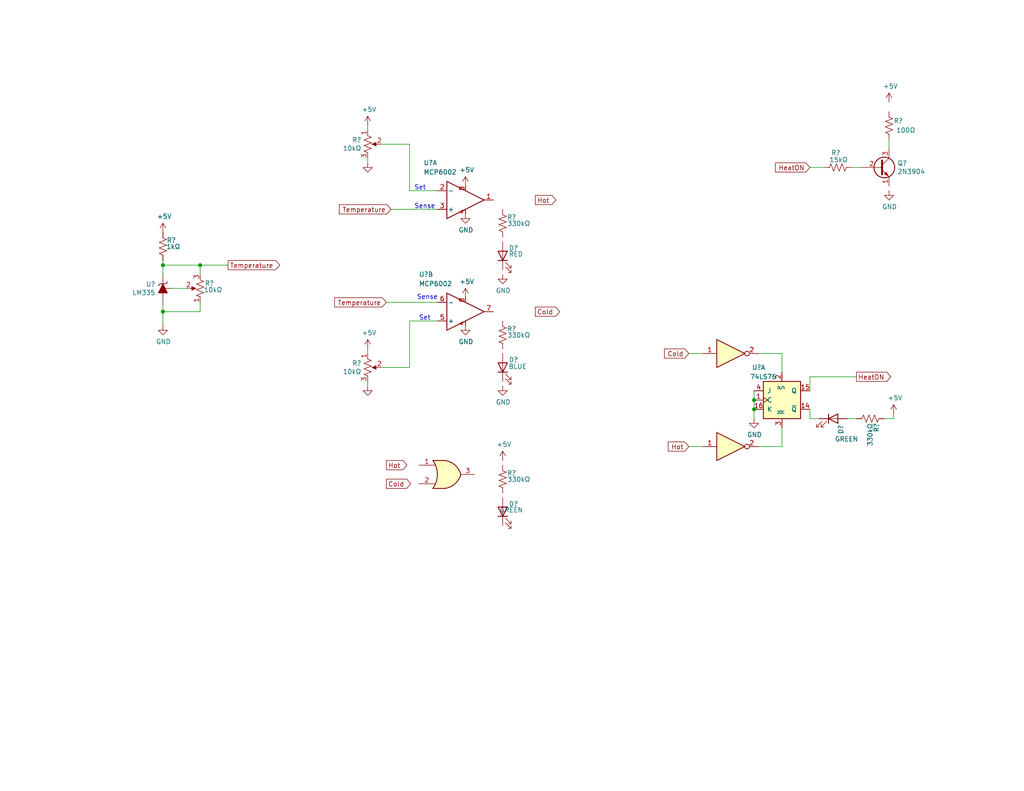
<source format=kicad_sch>
(kicad_sch (version 20211123) (generator eeschema)
  (paper "USLetter")
  (lib_symbols
    (symbol "S2020-rescue:+5V-power" (power) (pin_names (offset 0))
      (property "Value" "+5V-power" (at 0 3.556 0))
      (symbol "+5V-power_0_1"
        (polyline (pts (xy -0.762 1.27) (xy 0 2.54)))
        (polyline (pts (xy 0 0) (xy 0 2.54)))
        (polyline (pts (xy 0 2.54) (xy 0.762 1.27)))
      )
      (symbol "+5V-power_1_1"
        (pin power_in line (at 0 0 90) (length 0) hide (name "+5V") (number "1"))
      )
    )
    (symbol "S2020-rescue:2N3904-Transistor_BJT" (pin_names (offset 0) hide)
      (property "Reference" "Q" (at 5.08 1.905 0))
      (property "Value" "2N3904-Transistor_BJT" (at 5.08 0 0))
      (symbol "2N3904-Transistor_BJT_0_1"
        (polyline (pts (xy 0.635 0.635) (xy 2.54 2.54)))
        (polyline (pts (xy 0.635 -0.635) (xy 2.54 -2.54) (xy 2.54 -2.54)))
        (polyline (pts (xy 0.635 1.905) (xy 0.635 -1.905) (xy 0.635 -1.905)) (stroke (width 0.508)))
        (polyline (pts (xy 1.27 -1.778) (xy 1.778 -1.27) (xy 2.286 -2.286) (xy 1.27 -1.778) (xy 1.27 -1.778)) (fill (type outline)))
        (circle (center 1.27 0) (radius 2.8194) (stroke (width 0.254)))
      )
      (symbol "2N3904-Transistor_BJT_1_1"
        (pin passive line (at 2.54 -5.08 90) (length 2.54) (name "E") (number "1"))
        (pin passive line (at -5.08 0 0) (length 5.715) (name "B") (number "2"))
        (pin passive line (at 2.54 5.08 270) (length 2.54) (name "C") (number "3"))
      )
    )
    (symbol "S2020-rescue:7400-74xx" (pin_names (offset 1.016))
      (property "Reference" "U" (at 0 1.27 0))
      (property "Value" "7400-74xx" (at 0 -1.27 0))
      (symbol "7400-74xx_1_1"
        (arc (start 0 -3.81) (mid 3.81 0) (end 0 3.81) (stroke (width 0.254)) (fill (type background)))
        (polyline (pts (xy 0 3.81) (xy -3.81 3.81) (xy -3.81 -3.81) (xy 0 -3.81)) (stroke (width 0.254)) (fill (type background)))
        (pin input line (at -7.62 2.54 0) (length 3.81) (name "~") (number "1"))
        (pin input line (at -7.62 -2.54 0) (length 3.81) (name "~") (number "2"))
        (pin output inverted (at 7.62 0 180) (length 3.81) (name "~") (number "3"))
      )
      (symbol "7400-74xx_1_2"
        (arc (start -3.81 -3.81) (mid -2.589 0) (end -3.81 3.81) (stroke (width 0.254)))
        (arc (start -0.6096 -3.81) (mid 2.1842 -2.5851) (end 3.81 0) (stroke (width 0.254)) (fill (type background)))
        (polyline (pts (xy -3.81 -3.81) (xy -0.635 -3.81)) (stroke (width 0.254)) (fill (type background)))
        (polyline (pts (xy -3.81 3.81) (xy -0.635 3.81)) (stroke (width 0.254)) (fill (type background)))
        (polyline (pts (xy -0.635 3.81) (xy -3.81 3.81) (xy -3.81 3.81) (xy -3.556 3.4036) (xy -3.0226 2.2606) (xy -2.6924 1.0414) (xy -2.6162 -0.254) (xy -2.7686 -1.4986) (xy -3.175 -2.7178) (xy -3.81 -3.81) (xy -3.81 -3.81) (xy -0.635 -3.81)) (stroke (width -25.4)) (fill (type background)))
        (arc (start 3.81 0) (mid 2.1915 2.5936) (end -0.6096 3.81) (stroke (width 0.254)) (fill (type background)))
        (pin input inverted (at -7.62 2.54 0) (length 4.318) (name "~") (number "1"))
        (pin input inverted (at -7.62 -2.54 0) (length 4.318) (name "~") (number "2"))
        (pin output line (at 7.62 0 180) (length 3.81) (name "~") (number "3"))
      )
      (symbol "7400-74xx_2_1"
        (arc (start 0 -3.81) (mid 3.81 0) (end 0 3.81) (stroke (width 0.254)) (fill (type background)))
        (polyline (pts (xy 0 3.81) (xy -3.81 3.81) (xy -3.81 -3.81) (xy 0 -3.81)) (stroke (width 0.254)) (fill (type background)))
        (pin input line (at -7.62 2.54 0) (length 3.81) (name "~") (number "4"))
        (pin input line (at -7.62 -2.54 0) (length 3.81) (name "~") (number "5"))
        (pin output inverted (at 7.62 0 180) (length 3.81) (name "~") (number "6"))
      )
      (symbol "7400-74xx_2_2"
        (arc (start -3.81 -3.81) (mid -2.589 0) (end -3.81 3.81) (stroke (width 0.254)))
        (arc (start -0.6096 -3.81) (mid 2.1842 -2.5851) (end 3.81 0) (stroke (width 0.254)) (fill (type background)))
        (polyline (pts (xy -3.81 -3.81) (xy -0.635 -3.81)) (stroke (width 0.254)) (fill (type background)))
        (polyline (pts (xy -3.81 3.81) (xy -0.635 3.81)) (stroke (width 0.254)) (fill (type background)))
        (polyline (pts (xy -0.635 3.81) (xy -3.81 3.81) (xy -3.81 3.81) (xy -3.556 3.4036) (xy -3.0226 2.2606) (xy -2.6924 1.0414) (xy -2.6162 -0.254) (xy -2.7686 -1.4986) (xy -3.175 -2.7178) (xy -3.81 -3.81) (xy -3.81 -3.81) (xy -0.635 -3.81)) (stroke (width -25.4)) (fill (type background)))
        (arc (start 3.81 0) (mid 2.1915 2.5936) (end -0.6096 3.81) (stroke (width 0.254)) (fill (type background)))
        (pin input inverted (at -7.62 2.54 0) (length 4.318) (name "~") (number "4"))
        (pin input inverted (at -7.62 -2.54 0) (length 4.318) (name "~") (number "5"))
        (pin output line (at 7.62 0 180) (length 3.81) (name "~") (number "6"))
      )
      (symbol "7400-74xx_3_1"
        (arc (start 0 -3.81) (mid 3.81 0) (end 0 3.81) (stroke (width 0.254)) (fill (type background)))
        (polyline (pts (xy 0 3.81) (xy -3.81 3.81) (xy -3.81 -3.81) (xy 0 -3.81)) (stroke (width 0.254)) (fill (type background)))
        (pin input line (at -7.62 -2.54 0) (length 3.81) (name "~") (number "10"))
        (pin output inverted (at 7.62 0 180) (length 3.81) (name "~") (number "8"))
        (pin input line (at -7.62 2.54 0) (length 3.81) (name "~") (number "9"))
      )
      (symbol "7400-74xx_3_2"
        (arc (start -3.81 -3.81) (mid -2.589 0) (end -3.81 3.81) (stroke (width 0.254)))
        (arc (start -0.6096 -3.81) (mid 2.1842 -2.5851) (end 3.81 0) (stroke (width 0.254)) (fill (type background)))
        (polyline (pts (xy -3.81 -3.81) (xy -0.635 -3.81)) (stroke (width 0.254)) (fill (type background)))
        (polyline (pts (xy -3.81 3.81) (xy -0.635 3.81)) (stroke (width 0.254)) (fill (type background)))
        (polyline (pts (xy -0.635 3.81) (xy -3.81 3.81) (xy -3.81 3.81) (xy -3.556 3.4036) (xy -3.0226 2.2606) (xy -2.6924 1.0414) (xy -2.6162 -0.254) (xy -2.7686 -1.4986) (xy -3.175 -2.7178) (xy -3.81 -3.81) (xy -3.81 -3.81) (xy -0.635 -3.81)) (stroke (width -25.4)) (fill (type background)))
        (arc (start 3.81 0) (mid 2.1915 2.5936) (end -0.6096 3.81) (stroke (width 0.254)) (fill (type background)))
        (pin input inverted (at -7.62 -2.54 0) (length 4.318) (name "~") (number "10"))
        (pin output line (at 7.62 0 180) (length 3.81) (name "~") (number "8"))
        (pin input inverted (at -7.62 2.54 0) (length 4.318) (name "~") (number "9"))
      )
      (symbol "7400-74xx_4_1"
        (arc (start 0 -3.81) (mid 3.81 0) (end 0 3.81) (stroke (width 0.254)) (fill (type background)))
        (polyline (pts (xy 0 3.81) (xy -3.81 3.81) (xy -3.81 -3.81) (xy 0 -3.81)) (stroke (width 0.254)) (fill (type background)))
        (pin output inverted (at 7.62 0 180) (length 3.81) (name "~") (number "11"))
        (pin input line (at -7.62 2.54 0) (length 3.81) (name "~") (number "12"))
        (pin input line (at -7.62 -2.54 0) (length 3.81) (name "~") (number "13"))
      )
      (symbol "7400-74xx_4_2"
        (arc (start -3.81 -3.81) (mid -2.589 0) (end -3.81 3.81) (stroke (width 0.254)))
        (arc (start -0.6096 -3.81) (mid 2.1842 -2.5851) (end 3.81 0) (stroke (width 0.254)) (fill (type background)))
        (polyline (pts (xy -3.81 -3.81) (xy -0.635 -3.81)) (stroke (width 0.254)) (fill (type background)))
        (polyline (pts (xy -3.81 3.81) (xy -0.635 3.81)) (stroke (width 0.254)) (fill (type background)))
        (polyline (pts (xy -0.635 3.81) (xy -3.81 3.81) (xy -3.81 3.81) (xy -3.556 3.4036) (xy -3.0226 2.2606) (xy -2.6924 1.0414) (xy -2.6162 -0.254) (xy -2.7686 -1.4986) (xy -3.175 -2.7178) (xy -3.81 -3.81) (xy -3.81 -3.81) (xy -0.635 -3.81)) (stroke (width -25.4)) (fill (type background)))
        (arc (start 3.81 0) (mid 2.1915 2.5936) (end -0.6096 3.81) (stroke (width 0.254)) (fill (type background)))
        (pin output line (at 7.62 0 180) (length 3.81) (name "~") (number "11"))
        (pin input inverted (at -7.62 2.54 0) (length 4.318) (name "~") (number "12"))
        (pin input inverted (at -7.62 -2.54 0) (length 4.318) (name "~") (number "13"))
      )
      (symbol "7400-74xx_5_0"
        (pin power_in line (at 0 12.7 270) (length 5.08) (name "VCC") (number "14"))
        (pin power_in line (at 0 -12.7 90) (length 5.08) (name "GND") (number "7"))
      )
      (symbol "7400-74xx_5_1"
        (rectangle (start -5.08 7.62) (end 5.08 -7.62) (stroke (width 0.254)) (fill (type background)))
      )
    )
    (symbol "S2020-rescue:7402-74xx" (pin_names (offset 1.016))
      (property "Reference" "U" (at 0 1.27 0))
      (property "Value" "7402-74xx" (at 0 -1.27 0))
      (symbol "7402-74xx_1_1"
        (arc (start -3.81 -3.81) (mid -2.589 0) (end -3.81 3.81) (stroke (width 0.254)))
        (arc (start -0.6096 -3.81) (mid 2.1842 -2.5851) (end 3.81 0) (stroke (width 0.254)) (fill (type background)))
        (polyline (pts (xy -3.81 -3.81) (xy -0.635 -3.81)) (stroke (width 0.254)) (fill (type background)))
        (polyline (pts (xy -3.81 3.81) (xy -0.635 3.81)) (stroke (width 0.254)) (fill (type background)))
        (polyline (pts (xy -0.635 3.81) (xy -3.81 3.81) (xy -3.81 3.81) (xy -3.556 3.4036) (xy -3.0226 2.2606) (xy -2.6924 1.0414) (xy -2.6162 -0.254) (xy -2.7686 -1.4986) (xy -3.175 -2.7178) (xy -3.81 -3.81) (xy -3.81 -3.81) (xy -0.635 -3.81)) (stroke (width -25.4)) (fill (type background)))
        (arc (start 3.81 0) (mid 2.1915 2.5936) (end -0.6096 3.81) (stroke (width 0.254)) (fill (type background)))
        (pin output inverted (at 7.62 0 180) (length 3.81) (name "~") (number "1"))
        (pin input line (at -7.62 2.54 0) (length 4.318) (name "~") (number "2"))
        (pin input line (at -7.62 -2.54 0) (length 4.318) (name "~") (number "3"))
      )
      (symbol "7402-74xx_1_2"
        (arc (start 0 -3.81) (mid 3.81 0) (end 0 3.81) (stroke (width 0.254)) (fill (type background)))
        (polyline (pts (xy 0 3.81) (xy -3.81 3.81) (xy -3.81 -3.81) (xy 0 -3.81)) (stroke (width 0.254)) (fill (type background)))
        (pin output line (at 7.62 0 180) (length 3.81) (name "~") (number "1"))
        (pin input inverted (at -7.62 2.54 0) (length 3.81) (name "~") (number "2"))
        (pin input inverted (at -7.62 -2.54 0) (length 3.81) (name "~") (number "3"))
      )
      (symbol "7402-74xx_2_1"
        (arc (start -3.81 -3.81) (mid -2.589 0) (end -3.81 3.81) (stroke (width 0.254)))
        (arc (start -0.6096 -3.81) (mid 2.1842 -2.5851) (end 3.81 0) (stroke (width 0.254)) (fill (type background)))
        (polyline (pts (xy -3.81 -3.81) (xy -0.635 -3.81)) (stroke (width 0.254)) (fill (type background)))
        (polyline (pts (xy -3.81 3.81) (xy -0.635 3.81)) (stroke (width 0.254)) (fill (type background)))
        (polyline (pts (xy -0.635 3.81) (xy -3.81 3.81) (xy -3.81 3.81) (xy -3.556 3.4036) (xy -3.0226 2.2606) (xy -2.6924 1.0414) (xy -2.6162 -0.254) (xy -2.7686 -1.4986) (xy -3.175 -2.7178) (xy -3.81 -3.81) (xy -3.81 -3.81) (xy -0.635 -3.81)) (stroke (width -25.4)) (fill (type background)))
        (arc (start 3.81 0) (mid 2.1915 2.5936) (end -0.6096 3.81) (stroke (width 0.254)) (fill (type background)))
        (pin output inverted (at 7.62 0 180) (length 3.81) (name "~") (number "4"))
        (pin input line (at -7.62 2.54 0) (length 4.318) (name "~") (number "5"))
        (pin input line (at -7.62 -2.54 0) (length 4.318) (name "~") (number "6"))
      )
      (symbol "7402-74xx_2_2"
        (arc (start 0 -3.81) (mid 3.81 0) (end 0 3.81) (stroke (width 0.254)) (fill (type background)))
        (polyline (pts (xy 0 3.81) (xy -3.81 3.81) (xy -3.81 -3.81) (xy 0 -3.81)) (stroke (width 0.254)) (fill (type background)))
        (pin output line (at 7.62 0 180) (length 3.81) (name "~") (number "4"))
        (pin input inverted (at -7.62 2.54 0) (length 3.81) (name "~") (number "5"))
        (pin input inverted (at -7.62 -2.54 0) (length 3.81) (name "~") (number "6"))
      )
      (symbol "7402-74xx_3_1"
        (arc (start -3.81 -3.81) (mid -2.589 0) (end -3.81 3.81) (stroke (width 0.254)))
        (arc (start -0.6096 -3.81) (mid 2.1842 -2.5851) (end 3.81 0) (stroke (width 0.254)) (fill (type background)))
        (polyline (pts (xy -3.81 -3.81) (xy -0.635 -3.81)) (stroke (width 0.254)) (fill (type background)))
        (polyline (pts (xy -3.81 3.81) (xy -0.635 3.81)) (stroke (width 0.254)) (fill (type background)))
        (polyline (pts (xy -0.635 3.81) (xy -3.81 3.81) (xy -3.81 3.81) (xy -3.556 3.4036) (xy -3.0226 2.2606) (xy -2.6924 1.0414) (xy -2.6162 -0.254) (xy -2.7686 -1.4986) (xy -3.175 -2.7178) (xy -3.81 -3.81) (xy -3.81 -3.81) (xy -0.635 -3.81)) (stroke (width -25.4)) (fill (type background)))
        (arc (start 3.81 0) (mid 2.1915 2.5936) (end -0.6096 3.81) (stroke (width 0.254)) (fill (type background)))
        (pin output inverted (at 7.62 0 180) (length 3.81) (name "~") (number "10"))
        (pin input line (at -7.62 2.54 0) (length 4.318) (name "~") (number "8"))
        (pin input line (at -7.62 -2.54 0) (length 4.318) (name "~") (number "9"))
      )
      (symbol "7402-74xx_3_2"
        (arc (start 0 -3.81) (mid 3.81 0) (end 0 3.81) (stroke (width 0.254)) (fill (type background)))
        (polyline (pts (xy 0 3.81) (xy -3.81 3.81) (xy -3.81 -3.81) (xy 0 -3.81)) (stroke (width 0.254)) (fill (type background)))
        (pin output line (at 7.62 0 180) (length 3.81) (name "~") (number "10"))
        (pin input inverted (at -7.62 2.54 0) (length 3.81) (name "~") (number "8"))
        (pin input inverted (at -7.62 -2.54 0) (length 3.81) (name "~") (number "9"))
      )
      (symbol "7402-74xx_4_1"
        (arc (start -3.81 -3.81) (mid -2.589 0) (end -3.81 3.81) (stroke (width 0.254)))
        (arc (start -0.6096 -3.81) (mid 2.1842 -2.5851) (end 3.81 0) (stroke (width 0.254)) (fill (type background)))
        (polyline (pts (xy -3.81 -3.81) (xy -0.635 -3.81)) (stroke (width 0.254)) (fill (type background)))
        (polyline (pts (xy -3.81 3.81) (xy -0.635 3.81)) (stroke (width 0.254)) (fill (type background)))
        (polyline (pts (xy -0.635 3.81) (xy -3.81 3.81) (xy -3.81 3.81) (xy -3.556 3.4036) (xy -3.0226 2.2606) (xy -2.6924 1.0414) (xy -2.6162 -0.254) (xy -2.7686 -1.4986) (xy -3.175 -2.7178) (xy -3.81 -3.81) (xy -3.81 -3.81) (xy -0.635 -3.81)) (stroke (width -25.4)) (fill (type background)))
        (arc (start 3.81 0) (mid 2.1915 2.5936) (end -0.6096 3.81) (stroke (width 0.254)) (fill (type background)))
        (pin input line (at -7.62 2.54 0) (length 4.318) (name "~") (number "11"))
        (pin input line (at -7.62 -2.54 0) (length 4.318) (name "~") (number "12"))
        (pin output inverted (at 7.62 0 180) (length 3.81) (name "~") (number "13"))
      )
      (symbol "7402-74xx_4_2"
        (arc (start 0 -3.81) (mid 3.81 0) (end 0 3.81) (stroke (width 0.254)) (fill (type background)))
        (polyline (pts (xy 0 3.81) (xy -3.81 3.81) (xy -3.81 -3.81) (xy 0 -3.81)) (stroke (width 0.254)) (fill (type background)))
        (pin input inverted (at -7.62 2.54 0) (length 3.81) (name "~") (number "11"))
        (pin input inverted (at -7.62 -2.54 0) (length 3.81) (name "~") (number "12"))
        (pin output line (at 7.62 0 180) (length 3.81) (name "~") (number "13"))
      )
      (symbol "7402-74xx_5_0"
        (pin power_in line (at 0 12.7 270) (length 5.08) (name "VCC") (number "14"))
        (pin power_in line (at 0 -12.7 90) (length 5.08) (name "GND") (number "7"))
      )
      (symbol "7402-74xx_5_1"
        (rectangle (start -5.08 7.62) (end 5.08 -7.62) (stroke (width 0.254)) (fill (type background)))
      )
    )
    (symbol "S2020-rescue:74LS04-74xx"
      (property "Reference" "U" (at 0 1.27 0))
      (property "Value" "74LS04-74xx" (at 0 -1.27 0))
      (symbol "74LS04-74xx_1_0"
        (polyline (pts (xy -3.81 3.81) (xy -3.81 -3.81) (xy 3.81 0) (xy -3.81 3.81)) (stroke (width 0.254)) (fill (type background)))
        (pin input line (at -7.62 0 0) (length 3.81) (name "~") (number "1"))
        (pin output inverted (at 7.62 0 180) (length 3.81) (name "~") (number "2"))
      )
      (symbol "74LS04-74xx_2_0"
        (polyline (pts (xy -3.81 3.81) (xy -3.81 -3.81) (xy 3.81 0) (xy -3.81 3.81)) (stroke (width 0.254)) (fill (type background)))
        (pin input line (at -7.62 0 0) (length 3.81) (name "~") (number "3"))
        (pin output inverted (at 7.62 0 180) (length 3.81) (name "~") (number "4"))
      )
      (symbol "74LS04-74xx_3_0"
        (polyline (pts (xy -3.81 3.81) (xy -3.81 -3.81) (xy 3.81 0) (xy -3.81 3.81)) (stroke (width 0.254)) (fill (type background)))
        (pin input line (at -7.62 0 0) (length 3.81) (name "~") (number "5"))
        (pin output inverted (at 7.62 0 180) (length 3.81) (name "~") (number "6"))
      )
      (symbol "74LS04-74xx_4_0"
        (polyline (pts (xy -3.81 3.81) (xy -3.81 -3.81) (xy 3.81 0) (xy -3.81 3.81)) (stroke (width 0.254)) (fill (type background)))
        (pin output inverted (at 7.62 0 180) (length 3.81) (name "~") (number "8"))
        (pin input line (at -7.62 0 0) (length 3.81) (name "~") (number "9"))
      )
      (symbol "74LS04-74xx_5_0"
        (polyline (pts (xy -3.81 3.81) (xy -3.81 -3.81) (xy 3.81 0) (xy -3.81 3.81)) (stroke (width 0.254)) (fill (type background)))
        (pin output inverted (at 7.62 0 180) (length 3.81) (name "~") (number "10"))
        (pin input line (at -7.62 0 0) (length 3.81) (name "~") (number "11"))
      )
      (symbol "74LS04-74xx_6_0"
        (polyline (pts (xy -3.81 3.81) (xy -3.81 -3.81) (xy 3.81 0) (xy -3.81 3.81)) (stroke (width 0.254)) (fill (type background)))
        (pin output inverted (at 7.62 0 180) (length 3.81) (name "~") (number "12"))
        (pin input line (at -7.62 0 0) (length 3.81) (name "~") (number "13"))
      )
      (symbol "74LS04-74xx_7_0"
        (pin power_in line (at 0 12.7 270) (length 5.08) (name "VCC") (number "14"))
        (pin power_in line (at 0 -12.7 90) (length 5.08) (name "GND") (number "7"))
      )
      (symbol "74LS04-74xx_7_1"
        (rectangle (start -5.08 7.62) (end 5.08 -7.62) (stroke (width 0.254)) (fill (type background)))
      )
    )
    (symbol "S2020-rescue:74LS07-74xx" (pin_names (offset 1.016))
      (property "Reference" "U" (at 0 1.27 0))
      (property "Value" "74LS07-74xx" (at 0 -1.27 0))
      (symbol "74LS07-74xx_1_0"
        (polyline (pts (xy -3.81 3.81) (xy -3.81 -3.81) (xy 3.81 0) (xy -3.81 3.81)) (stroke (width 0.254)) (fill (type background)))
        (pin input line (at -7.62 0 0) (length 3.81) (name "~") (number "1"))
        (pin open_collector line (at 7.62 0 180) (length 3.81) (name "~") (number "2"))
      )
      (symbol "74LS07-74xx_2_0"
        (polyline (pts (xy -3.81 3.81) (xy -3.81 -3.81) (xy 3.81 0) (xy -3.81 3.81)) (stroke (width 0.254)) (fill (type background)))
        (pin input line (at -7.62 0 0) (length 3.81) (name "~") (number "3"))
        (pin open_collector line (at 7.62 0 180) (length 3.81) (name "~") (number "4"))
      )
      (symbol "74LS07-74xx_3_0"
        (polyline (pts (xy -3.81 3.81) (xy -3.81 -3.81) (xy 3.81 0) (xy -3.81 3.81)) (stroke (width 0.254)) (fill (type background)))
        (pin input line (at -7.62 0 0) (length 3.81) (name "~") (number "5"))
        (pin open_collector line (at 7.62 0 180) (length 3.81) (name "~") (number "6"))
      )
      (symbol "74LS07-74xx_4_0"
        (polyline (pts (xy -3.81 3.81) (xy -3.81 -3.81) (xy 3.81 0) (xy -3.81 3.81)) (stroke (width 0.254)) (fill (type background)))
        (pin open_collector line (at 7.62 0 180) (length 3.81) (name "~") (number "8"))
        (pin input line (at -7.62 0 0) (length 3.81) (name "~") (number "9"))
      )
      (symbol "74LS07-74xx_5_0"
        (polyline (pts (xy -3.81 3.81) (xy -3.81 -3.81) (xy 3.81 0) (xy -3.81 3.81)) (stroke (width 0.254)) (fill (type background)))
        (pin open_collector line (at 7.62 0 180) (length 3.81) (name "~") (number "10"))
        (pin input line (at -7.62 0 0) (length 3.81) (name "~") (number "11"))
      )
      (symbol "74LS07-74xx_6_0"
        (polyline (pts (xy -3.81 3.81) (xy -3.81 -3.81) (xy 3.81 0) (xy -3.81 3.81)) (stroke (width 0.254)) (fill (type background)))
        (pin open_collector line (at 7.62 0 180) (length 3.81) (name "~") (number "12"))
        (pin input line (at -7.62 0 0) (length 3.81) (name "~") (number "13"))
      )
      (symbol "74LS07-74xx_7_0"
        (pin power_in line (at 0 12.7 270) (length 5.08) (name "VCC") (number "14"))
        (pin power_in line (at 0 -12.7 90) (length 5.08) (name "GND") (number "7"))
      )
      (symbol "74LS07-74xx_7_1"
        (rectangle (start -5.08 7.62) (end 5.08 -7.62) (stroke (width 0.254)) (fill (type background)))
      )
    )
    (symbol "S2020-rescue:74LS08-74xx" (pin_names (offset 1.016))
      (property "Reference" "U" (at 0 1.27 0))
      (property "Value" "74LS08-74xx" (at 0 -1.27 0))
      (symbol "74LS08-74xx_1_1"
        (arc (start 0 -3.81) (mid 3.81 0) (end 0 3.81) (stroke (width 0.254)) (fill (type background)))
        (polyline (pts (xy 0 3.81) (xy -3.81 3.81) (xy -3.81 -3.81) (xy 0 -3.81)) (stroke (width 0.254)) (fill (type background)))
        (pin input line (at -7.62 2.54 0) (length 3.81) (name "~") (number "1"))
        (pin input line (at -7.62 -2.54 0) (length 3.81) (name "~") (number "2"))
        (pin output line (at 7.62 0 180) (length 3.81) (name "~") (number "3"))
      )
      (symbol "74LS08-74xx_1_2"
        (arc (start -3.81 -3.81) (mid -2.589 0) (end -3.81 3.81) (stroke (width 0.254)))
        (arc (start -0.6096 -3.81) (mid 2.1842 -2.5851) (end 3.81 0) (stroke (width 0.254)) (fill (type background)))
        (polyline (pts (xy -3.81 -3.81) (xy -0.635 -3.81)) (stroke (width 0.254)) (fill (type background)))
        (polyline (pts (xy -3.81 3.81) (xy -0.635 3.81)) (stroke (width 0.254)) (fill (type background)))
        (polyline (pts (xy -0.635 3.81) (xy -3.81 3.81) (xy -3.81 3.81) (xy -3.556 3.4036) (xy -3.0226 2.2606) (xy -2.6924 1.0414) (xy -2.6162 -0.254) (xy -2.7686 -1.4986) (xy -3.175 -2.7178) (xy -3.81 -3.81) (xy -3.81 -3.81) (xy -0.635 -3.81)) (stroke (width -25.4)) (fill (type background)))
        (arc (start 3.81 0) (mid 2.1915 2.5936) (end -0.6096 3.81) (stroke (width 0.254)) (fill (type background)))
        (pin input inverted (at -7.62 2.54 0) (length 4.318) (name "~") (number "1"))
        (pin input inverted (at -7.62 -2.54 0) (length 4.318) (name "~") (number "2"))
        (pin output inverted (at 7.62 0 180) (length 3.81) (name "~") (number "3"))
      )
      (symbol "74LS08-74xx_2_1"
        (arc (start 0 -3.81) (mid 3.81 0) (end 0 3.81) (stroke (width 0.254)) (fill (type background)))
        (polyline (pts (xy 0 3.81) (xy -3.81 3.81) (xy -3.81 -3.81) (xy 0 -3.81)) (stroke (width 0.254)) (fill (type background)))
        (pin input line (at -7.62 2.54 0) (length 3.81) (name "~") (number "4"))
        (pin input line (at -7.62 -2.54 0) (length 3.81) (name "~") (number "5"))
        (pin output line (at 7.62 0 180) (length 3.81) (name "~") (number "6"))
      )
      (symbol "74LS08-74xx_2_2"
        (arc (start -3.81 -3.81) (mid -2.589 0) (end -3.81 3.81) (stroke (width 0.254)))
        (arc (start -0.6096 -3.81) (mid 2.1842 -2.5851) (end 3.81 0) (stroke (width 0.254)) (fill (type background)))
        (polyline (pts (xy -3.81 -3.81) (xy -0.635 -3.81)) (stroke (width 0.254)) (fill (type background)))
        (polyline (pts (xy -3.81 3.81) (xy -0.635 3.81)) (stroke (width 0.254)) (fill (type background)))
        (polyline (pts (xy -0.635 3.81) (xy -3.81 3.81) (xy -3.81 3.81) (xy -3.556 3.4036) (xy -3.0226 2.2606) (xy -2.6924 1.0414) (xy -2.6162 -0.254) (xy -2.7686 -1.4986) (xy -3.175 -2.7178) (xy -3.81 -3.81) (xy -3.81 -3.81) (xy -0.635 -3.81)) (stroke (width -25.4)) (fill (type background)))
        (arc (start 3.81 0) (mid 2.1915 2.5936) (end -0.6096 3.81) (stroke (width 0.254)) (fill (type background)))
        (pin input inverted (at -7.62 2.54 0) (length 4.318) (name "~") (number "4"))
        (pin input inverted (at -7.62 -2.54 0) (length 4.318) (name "~") (number "5"))
        (pin output inverted (at 7.62 0 180) (length 3.81) (name "~") (number "6"))
      )
      (symbol "74LS08-74xx_3_1"
        (arc (start 0 -3.81) (mid 3.81 0) (end 0 3.81) (stroke (width 0.254)) (fill (type background)))
        (polyline (pts (xy 0 3.81) (xy -3.81 3.81) (xy -3.81 -3.81) (xy 0 -3.81)) (stroke (width 0.254)) (fill (type background)))
        (pin input line (at -7.62 -2.54 0) (length 3.81) (name "~") (number "10"))
        (pin output line (at 7.62 0 180) (length 3.81) (name "~") (number "8"))
        (pin input line (at -7.62 2.54 0) (length 3.81) (name "~") (number "9"))
      )
      (symbol "74LS08-74xx_3_2"
        (arc (start -3.81 -3.81) (mid -2.589 0) (end -3.81 3.81) (stroke (width 0.254)))
        (arc (start -0.6096 -3.81) (mid 2.1842 -2.5851) (end 3.81 0) (stroke (width 0.254)) (fill (type background)))
        (polyline (pts (xy -3.81 -3.81) (xy -0.635 -3.81)) (stroke (width 0.254)) (fill (type background)))
        (polyline (pts (xy -3.81 3.81) (xy -0.635 3.81)) (stroke (width 0.254)) (fill (type background)))
        (polyline (pts (xy -0.635 3.81) (xy -3.81 3.81) (xy -3.81 3.81) (xy -3.556 3.4036) (xy -3.0226 2.2606) (xy -2.6924 1.0414) (xy -2.6162 -0.254) (xy -2.7686 -1.4986) (xy -3.175 -2.7178) (xy -3.81 -3.81) (xy -3.81 -3.81) (xy -0.635 -3.81)) (stroke (width -25.4)) (fill (type background)))
        (arc (start 3.81 0) (mid 2.1915 2.5936) (end -0.6096 3.81) (stroke (width 0.254)) (fill (type background)))
        (pin input inverted (at -7.62 -2.54 0) (length 4.318) (name "~") (number "10"))
        (pin output inverted (at 7.62 0 180) (length 3.81) (name "~") (number "8"))
        (pin input inverted (at -7.62 2.54 0) (length 4.318) (name "~") (number "9"))
      )
      (symbol "74LS08-74xx_4_1"
        (arc (start 0 -3.81) (mid 3.81 0) (end 0 3.81) (stroke (width 0.254)) (fill (type background)))
        (polyline (pts (xy 0 3.81) (xy -3.81 3.81) (xy -3.81 -3.81) (xy 0 -3.81)) (stroke (width 0.254)) (fill (type background)))
        (pin output line (at 7.62 0 180) (length 3.81) (name "~") (number "11"))
        (pin input line (at -7.62 2.54 0) (length 3.81) (name "~") (number "12"))
        (pin input line (at -7.62 -2.54 0) (length 3.81) (name "~") (number "13"))
      )
      (symbol "74LS08-74xx_4_2"
        (arc (start -3.81 -3.81) (mid -2.589 0) (end -3.81 3.81) (stroke (width 0.254)))
        (arc (start -0.6096 -3.81) (mid 2.1842 -2.5851) (end 3.81 0) (stroke (width 0.254)) (fill (type background)))
        (polyline (pts (xy -3.81 -3.81) (xy -0.635 -3.81)) (stroke (width 0.254)) (fill (type background)))
        (polyline (pts (xy -3.81 3.81) (xy -0.635 3.81)) (stroke (width 0.254)) (fill (type background)))
        (polyline (pts (xy -0.635 3.81) (xy -3.81 3.81) (xy -3.81 3.81) (xy -3.556 3.4036) (xy -3.0226 2.2606) (xy -2.6924 1.0414) (xy -2.6162 -0.254) (xy -2.7686 -1.4986) (xy -3.175 -2.7178) (xy -3.81 -3.81) (xy -3.81 -3.81) (xy -0.635 -3.81)) (stroke (width -25.4)) (fill (type background)))
        (arc (start 3.81 0) (mid 2.1915 2.5936) (end -0.6096 3.81) (stroke (width 0.254)) (fill (type background)))
        (pin output inverted (at 7.62 0 180) (length 3.81) (name "~") (number "11"))
        (pin input inverted (at -7.62 2.54 0) (length 4.318) (name "~") (number "12"))
        (pin input inverted (at -7.62 -2.54 0) (length 4.318) (name "~") (number "13"))
      )
      (symbol "74LS08-74xx_5_0"
        (pin power_in line (at 0 12.7 270) (length 5.08) (name "VCC") (number "14"))
        (pin power_in line (at 0 -12.7 90) (length 5.08) (name "GND") (number "7"))
      )
      (symbol "74LS08-74xx_5_1"
        (rectangle (start -5.08 7.62) (end 5.08 -7.62) (stroke (width 0.254)) (fill (type background)))
      )
    )
    (symbol "S2020-rescue:74LS32-74xx" (pin_names (offset 1.016))
      (property "Reference" "U" (at 0 1.27 0))
      (property "Value" "74LS32-74xx" (at 0 -1.27 0))
      (symbol "74LS32-74xx_1_1"
        (arc (start -3.81 -3.81) (mid -2.589 0) (end -3.81 3.81) (stroke (width 0.254)))
        (arc (start -0.6096 -3.81) (mid 2.1842 -2.5851) (end 3.81 0) (stroke (width 0.254)) (fill (type background)))
        (polyline (pts (xy -3.81 -3.81) (xy -0.635 -3.81)) (stroke (width 0.254)) (fill (type background)))
        (polyline (pts (xy -3.81 3.81) (xy -0.635 3.81)) (stroke (width 0.254)) (fill (type background)))
        (polyline (pts (xy -0.635 3.81) (xy -3.81 3.81) (xy -3.81 3.81) (xy -3.556 3.4036) (xy -3.0226 2.2606) (xy -2.6924 1.0414) (xy -2.6162 -0.254) (xy -2.7686 -1.4986) (xy -3.175 -2.7178) (xy -3.81 -3.81) (xy -3.81 -3.81) (xy -0.635 -3.81)) (stroke (width -25.4)) (fill (type background)))
        (arc (start 3.81 0) (mid 2.1915 2.5936) (end -0.6096 3.81) (stroke (width 0.254)) (fill (type background)))
        (pin input line (at -7.62 2.54 0) (length 4.318) (name "~") (number "1"))
        (pin input line (at -7.62 -2.54 0) (length 4.318) (name "~") (number "2"))
        (pin output line (at 7.62 0 180) (length 3.81) (name "~") (number "3"))
      )
      (symbol "74LS32-74xx_1_2"
        (arc (start 0 -3.81) (mid 3.81 0) (end 0 3.81) (stroke (width 0.254)) (fill (type background)))
        (polyline (pts (xy 0 3.81) (xy -3.81 3.81) (xy -3.81 -3.81) (xy 0 -3.81)) (stroke (width 0.254)) (fill (type background)))
        (pin input inverted (at -7.62 2.54 0) (length 3.81) (name "~") (number "1"))
        (pin input inverted (at -7.62 -2.54 0) (length 3.81) (name "~") (number "2"))
        (pin output inverted (at 7.62 0 180) (length 3.81) (name "~") (number "3"))
      )
      (symbol "74LS32-74xx_2_1"
        (arc (start -3.81 -3.81) (mid -2.589 0) (end -3.81 3.81) (stroke (width 0.254)))
        (arc (start -0.6096 -3.81) (mid 2.1842 -2.5851) (end 3.81 0) (stroke (width 0.254)) (fill (type background)))
        (polyline (pts (xy -3.81 -3.81) (xy -0.635 -3.81)) (stroke (width 0.254)) (fill (type background)))
        (polyline (pts (xy -3.81 3.81) (xy -0.635 3.81)) (stroke (width 0.254)) (fill (type background)))
        (polyline (pts (xy -0.635 3.81) (xy -3.81 3.81) (xy -3.81 3.81) (xy -3.556 3.4036) (xy -3.0226 2.2606) (xy -2.6924 1.0414) (xy -2.6162 -0.254) (xy -2.7686 -1.4986) (xy -3.175 -2.7178) (xy -3.81 -3.81) (xy -3.81 -3.81) (xy -0.635 -3.81)) (stroke (width -25.4)) (fill (type background)))
        (arc (start 3.81 0) (mid 2.1915 2.5936) (end -0.6096 3.81) (stroke (width 0.254)) (fill (type background)))
        (pin input line (at -7.62 2.54 0) (length 4.318) (name "~") (number "4"))
        (pin input line (at -7.62 -2.54 0) (length 4.318) (name "~") (number "5"))
        (pin output line (at 7.62 0 180) (length 3.81) (name "~") (number "6"))
      )
      (symbol "74LS32-74xx_2_2"
        (arc (start 0 -3.81) (mid 3.81 0) (end 0 3.81) (stroke (width 0.254)) (fill (type background)))
        (polyline (pts (xy 0 3.81) (xy -3.81 3.81) (xy -3.81 -3.81) (xy 0 -3.81)) (stroke (width 0.254)) (fill (type background)))
        (pin input inverted (at -7.62 2.54 0) (length 3.81) (name "~") (number "4"))
        (pin input inverted (at -7.62 -2.54 0) (length 3.81) (name "~") (number "5"))
        (pin output inverted (at 7.62 0 180) (length 3.81) (name "~") (number "6"))
      )
      (symbol "74LS32-74xx_3_1"
        (arc (start -3.81 -3.81) (mid -2.589 0) (end -3.81 3.81) (stroke (width 0.254)))
        (arc (start -0.6096 -3.81) (mid 2.1842 -2.5851) (end 3.81 0) (stroke (width 0.254)) (fill (type background)))
        (polyline (pts (xy -3.81 -3.81) (xy -0.635 -3.81)) (stroke (width 0.254)) (fill (type background)))
        (polyline (pts (xy -3.81 3.81) (xy -0.635 3.81)) (stroke (width 0.254)) (fill (type background)))
        (polyline (pts (xy -0.635 3.81) (xy -3.81 3.81) (xy -3.81 3.81) (xy -3.556 3.4036) (xy -3.0226 2.2606) (xy -2.6924 1.0414) (xy -2.6162 -0.254) (xy -2.7686 -1.4986) (xy -3.175 -2.7178) (xy -3.81 -3.81) (xy -3.81 -3.81) (xy -0.635 -3.81)) (stroke (width -25.4)) (fill (type background)))
        (arc (start 3.81 0) (mid 2.1915 2.5936) (end -0.6096 3.81) (stroke (width 0.254)) (fill (type background)))
        (pin input line (at -7.62 -2.54 0) (length 4.318) (name "~") (number "10"))
        (pin output line (at 7.62 0 180) (length 3.81) (name "~") (number "8"))
        (pin input line (at -7.62 2.54 0) (length 4.318) (name "~") (number "9"))
      )
      (symbol "74LS32-74xx_3_2"
        (arc (start 0 -3.81) (mid 3.81 0) (end 0 3.81) (stroke (width 0.254)) (fill (type background)))
        (polyline (pts (xy 0 3.81) (xy -3.81 3.81) (xy -3.81 -3.81) (xy 0 -3.81)) (stroke (width 0.254)) (fill (type background)))
        (pin input inverted (at -7.62 -2.54 0) (length 3.81) (name "~") (number "10"))
        (pin output inverted (at 7.62 0 180) (length 3.81) (name "~") (number "8"))
        (pin input inverted (at -7.62 2.54 0) (length 3.81) (name "~") (number "9"))
      )
      (symbol "74LS32-74xx_4_1"
        (arc (start -3.81 -3.81) (mid -2.589 0) (end -3.81 3.81) (stroke (width 0.254)))
        (arc (start -0.6096 -3.81) (mid 2.1842 -2.5851) (end 3.81 0) (stroke (width 0.254)) (fill (type background)))
        (polyline (pts (xy -3.81 -3.81) (xy -0.635 -3.81)) (stroke (width 0.254)) (fill (type background)))
        (polyline (pts (xy -3.81 3.81) (xy -0.635 3.81)) (stroke (width 0.254)) (fill (type background)))
        (polyline (pts (xy -0.635 3.81) (xy -3.81 3.81) (xy -3.81 3.81) (xy -3.556 3.4036) (xy -3.0226 2.2606) (xy -2.6924 1.0414) (xy -2.6162 -0.254) (xy -2.7686 -1.4986) (xy -3.175 -2.7178) (xy -3.81 -3.81) (xy -3.81 -3.81) (xy -0.635 -3.81)) (stroke (width -25.4)) (fill (type background)))
        (arc (start 3.81 0) (mid 2.1915 2.5936) (end -0.6096 3.81) (stroke (width 0.254)) (fill (type background)))
        (pin output line (at 7.62 0 180) (length 3.81) (name "~") (number "11"))
        (pin input line (at -7.62 2.54 0) (length 4.318) (name "~") (number "12"))
        (pin input line (at -7.62 -2.54 0) (length 4.318) (name "~") (number "13"))
      )
      (symbol "74LS32-74xx_4_2"
        (arc (start 0 -3.81) (mid 3.81 0) (end 0 3.81) (stroke (width 0.254)) (fill (type background)))
        (polyline (pts (xy 0 3.81) (xy -3.81 3.81) (xy -3.81 -3.81) (xy 0 -3.81)) (stroke (width 0.254)) (fill (type background)))
        (pin output inverted (at 7.62 0 180) (length 3.81) (name "~") (number "11"))
        (pin input inverted (at -7.62 2.54 0) (length 3.81) (name "~") (number "12"))
        (pin input inverted (at -7.62 -2.54 0) (length 3.81) (name "~") (number "13"))
      )
      (symbol "74LS32-74xx_5_0"
        (pin power_in line (at 0 12.7 270) (length 5.08) (name "VCC") (number "14"))
        (pin power_in line (at 0 -12.7 90) (length 5.08) (name "GND") (number "7"))
      )
      (symbol "74LS32-74xx_5_1"
        (rectangle (start -5.08 7.62) (end 5.08 -7.62) (stroke (width 0.254)) (fill (type background)))
      )
    )
    (symbol "S2020-rescue:74LS76-74xx" (pin_names (offset 1.016))
      (property "Reference" "U" (at -7.62 8.89 0))
      (property "Value" "74LS76-74xx" (at -7.62 -8.89 0))
      (symbol "74LS76-74xx_1_0"
        (pin input clock (at -7.62 0 0) (length 2.54) (name "C") (number "1"))
        (pin output line (at 7.62 -2.54 180) (length 2.54) (name "~{Q}") (number "14"))
        (pin output line (at 7.62 2.54 180) (length 2.54) (name "Q") (number "15"))
        (pin input line (at -7.62 -2.54 0) (length 2.54) (name "K") (number "16"))
        (pin input line (at 0 7.62 270) (length 2.54) (name "~{S}") (number "2"))
        (pin input line (at 0 -7.62 90) (length 2.54) (name "~{R}") (number "3"))
        (pin input line (at -7.62 2.54 0) (length 2.54) (name "J") (number "4"))
      )
      (symbol "74LS76-74xx_1_1"
        (rectangle (start -5.08 5.08) (end 5.08 -5.08) (stroke (width 0.254)) (fill (type background)))
      )
      (symbol "74LS76-74xx_2_0"
        (pin output line (at 7.62 -2.54 180) (length 2.54) (name "~{Q}") (number "10"))
        (pin output line (at 7.62 2.54 180) (length 2.54) (name "Q") (number "11"))
        (pin input line (at -7.62 -2.54 0) (length 2.54) (name "K") (number "12"))
        (pin input clock (at -7.62 0 0) (length 2.54) (name "C") (number "6"))
        (pin input line (at 0 7.62 270) (length 2.54) (name "~{S}") (number "7"))
        (pin input line (at 0 -7.62 90) (length 2.54) (name "~{R}") (number "8"))
        (pin input line (at -7.62 2.54 0) (length 2.54) (name "J") (number "9"))
      )
      (symbol "74LS76-74xx_2_1"
        (rectangle (start -5.08 5.08) (end 5.08 -5.08) (stroke (width 0.254)) (fill (type background)))
      )
      (symbol "74LS76-74xx_3_0"
        (pin power_in line (at 0 -10.16 90) (length 2.54) (name "GND") (number "13"))
        (pin power_in line (at 0 10.16 270) (length 2.54) (name "VCC") (number "5"))
      )
      (symbol "74LS76-74xx_3_1"
        (rectangle (start -5.08 7.62) (end 5.08 -7.62) (stroke (width 0.254)) (fill (type background)))
      )
    )
    (symbol "S2020-rescue:GND-00TJR" (power) (pin_names (offset 0))
      (property "Value" "GND-00TJR" (at 0 -3.81 0))
      (symbol "GND-00TJR_0_1"
        (polyline (pts (xy 0 0) (xy 0 -1.27) (xy 1.27 -1.27) (xy 0 -2.54) (xy -1.27 -1.27) (xy 0 -1.27)))
      )
      (symbol "GND-00TJR_1_1"
        (pin power_in line (at 0 0 270) (length 0) hide (name "GND") (number "1"))
      )
    )
    (symbol "S2020-rescue:GND-power" (power) (pin_names (offset 0))
      (property "Value" "GND-power" (at 0 -3.81 0))
      (symbol "GND-power_0_1"
        (polyline (pts (xy 0 0) (xy 0 -1.27) (xy 1.27 -1.27) (xy 0 -2.54) (xy -1.27 -1.27) (xy 0 -1.27)))
      )
      (symbol "GND-power_1_1"
        (pin power_in line (at 0 0 270) (length 0) hide (name "GND") (number "1"))
      )
    )
    (symbol "S2020-rescue:LED-Device" (pin_numbers hide) (pin_names (offset 1.016) hide)
      (property "Reference" "D" (at 0 2.54 0))
      (property "Value" "LED-Device" (at 0 -2.54 0))
      (symbol "LED-Device_0_1"
        (polyline (pts (xy -1.27 -1.27) (xy -1.27 1.27)) (stroke (width 0.254)))
        (polyline (pts (xy -1.27 0) (xy 1.27 0)))
        (polyline (pts (xy 1.27 -1.27) (xy 1.27 1.27) (xy -1.27 0) (xy 1.27 -1.27)) (stroke (width 0.254)))
        (polyline (pts (xy -3.048 -0.762) (xy -4.572 -2.286) (xy -3.81 -2.286) (xy -4.572 -2.286) (xy -4.572 -1.524)))
        (polyline (pts (xy -1.778 -0.762) (xy -3.302 -2.286) (xy -2.54 -2.286) (xy -3.302 -2.286) (xy -3.302 -1.524)))
      )
      (symbol "LED-Device_1_1"
        (pin passive line (at -3.81 0 0) (length 2.54) (name "K") (number "1"))
        (pin passive line (at 3.81 0 180) (length 2.54) (name "A") (number "2"))
      )
    )
    (symbol "S2020-rescue:LM335-00TJR" (pin_numbers hide) (pin_names (offset 1.016) hide)
      (property "Reference" "Temp" (at 3.8354 1.2954 0))
      (property "Value" "LM335-00TJR" (at -2.54 -1.27 90))
      (symbol "LM335-00TJR_0_1"
        (polyline (pts (xy 0 0) (xy 1.27 -2.54) (xy -1.27 -2.54) (xy 0 0) (xy 0 0)) (fill (type outline)))
        (polyline (pts (xy 1.27 0.508) (xy 0.762 0) (xy -0.762 0) (xy -1.27 -0.508) (xy -1.27 -0.508)) (stroke (width 0.2032)))
      )
      (symbol "LM335-00TJR_1_1"
        (pin passive line (at 0 2.54 270) (length 2.54) (name "K") (number "1"))
        (pin passive line (at 2.54 -1.27 180) (length 2.9972) (name "K") (number "1"))
        (pin passive line (at 0 -5.08 90) (length 2.54) (name "A") (number "2"))
      )
    )
    (symbol "S2020-rescue:MCP6002-00TJR" (pin_names (offset 0.254))
      (property "Reference" "U" (at 3.81 3.175 0))
      (property "Value" "MCP6002-00TJR" (at 3.81 -3.175 0))
      (symbol "MCP6002-00TJR_0_1"
        (polyline (pts (xy 5.08 0) (xy -5.08 5.08) (xy -5.08 -5.08) (xy 5.08 0)) (stroke (width 0.254)))
        (pin power_in line (at 0 -3.81 90) (length 1.2446) (name "VSS") (number "4"))
        (pin power_in line (at 0 3.81 270) (length 1.2446) (name "VDD") (number "8"))
      )
      (symbol "MCP6002-00TJR_1_1"
        (pin output line (at 7.62 0 180) (length 2.54) (name "~") (number "1"))
        (pin input line (at -7.62 2.54 0) (length 2.54) (name "-") (number "2"))
        (pin input line (at -7.62 -2.54 0) (length 2.54) (name "+") (number "3"))
      )
      (symbol "MCP6002-00TJR_2_1"
        (pin input line (at -7.62 -2.54 0) (length 2.54) (name "+") (number "5"))
        (pin input line (at -7.62 2.54 0) (length 2.54) (name "-") (number "6"))
        (pin output line (at 7.62 0 180) (length 2.54) (name "~") (number "7"))
      )
    )
    (symbol "S2020-rescue:R_POT_US-Device" (pin_names (offset 1.016) hide)
      (property "Reference" "RV" (at -4.445 0 90))
      (property "Value" "R_POT_US-Device" (at -2.54 0 90))
      (symbol "R_POT_US-Device_0_1"
        (polyline (pts (xy 0 -2.286) (xy 0 -2.54)))
        (polyline (pts (xy 0 2.54) (xy 0 2.286)))
        (polyline (pts (xy 2.54 0) (xy 1.524 0)))
        (polyline (pts (xy 1.143 0) (xy 2.286 0.508) (xy 2.286 -0.508) (xy 1.143 0)) (fill (type outline)))
        (polyline (pts (xy 0 -0.762) (xy 1.016 -1.143) (xy 0 -1.524) (xy -1.016 -1.905) (xy 0 -2.286)))
        (polyline (pts (xy 0 0.762) (xy 1.016 0.381) (xy 0 0) (xy -1.016 -0.381) (xy 0 -0.762)))
        (polyline (pts (xy 0 2.286) (xy 1.016 1.905) (xy 0 1.524) (xy -1.016 1.143) (xy 0 0.762)))
      )
      (symbol "R_POT_US-Device_1_1"
        (pin passive line (at 0 3.81 270) (length 1.27) (name "1") (number "1"))
        (pin passive line (at 3.81 0 180) (length 1.27) (name "2") (number "2"))
        (pin passive line (at 0 -3.81 90) (length 1.27) (name "3") (number "3"))
      )
    )
    (symbol "S2020-rescue:R_US-Device" (pin_numbers hide) (pin_names (offset 0))
      (property "Reference" "R" (at 2.54 0 90))
      (property "Value" "R_US-Device" (at -2.54 0 90))
      (symbol "R_US-Device_0_1"
        (polyline (pts (xy 0 -2.286) (xy 0 -2.54)))
        (polyline (pts (xy 0 2.286) (xy 0 2.54)))
        (polyline (pts (xy 0 -0.762) (xy 1.016 -1.143) (xy 0 -1.524) (xy -1.016 -1.905) (xy 0 -2.286)))
        (polyline (pts (xy 0 0.762) (xy 1.016 0.381) (xy 0 0) (xy -1.016 -0.381) (xy 0 -0.762)))
        (polyline (pts (xy 0 2.286) (xy 1.016 1.905) (xy 0 1.524) (xy -1.016 1.143) (xy 0 0.762)))
      )
      (symbol "R_US-Device_1_1"
        (pin passive line (at 0 3.81 270) (length 1.27) (name "~") (number "1"))
        (pin passive line (at 0 -3.81 90) (length 1.27) (name "~") (number "2"))
      )
    )
  )
  (junction (at 44.45 85.09))
  (junction (at 205.74 111.76))
  (junction (at 44.45 72.39))
  (junction (at 54.61 72.39))
  (junction (at 205.74 109.22))
  (wire (pts (xy 243.84 114.3) (xy 241.3 114.3)))
  (wire (pts (xy 231.14 114.3) (xy 233.68 114.3)))
  (wire (pts (xy 119.38 87.63) (xy 111.76 87.63)))
  (wire (pts (xy 300.99 40.64) (xy 304.8 40.64)))
  (wire (pts (xy 44.45 85.09) (xy 44.45 88.9)))
  (wire (pts (xy 205.74 111.76) (xy 205.74 114.3)))
  (wire (pts (xy 100.33 95.25) (xy 100.33 96.52)))
  (wire (pts (xy 213.36 116.84) (xy 213.36 121.92)))
  (wire (pts (xy 54.61 72.39) (xy 44.45 72.39)))
  (wire (pts (xy 320.04 66.04) (xy 322.58 66.04)))
  (wire (pts (xy 54.61 85.09) (xy 44.45 85.09)))
  (wire (pts (xy 213.36 121.92) (xy 207.01 121.92)))
  (wire (pts (xy 220.98 45.72) (xy 224.79 45.72)))
  (wire (pts (xy 220.98 114.3) (xy 223.52 114.3)))
  (wire (pts (xy 318.77 -2.54) (xy 321.31 -2.54)))
  (wire (pts (xy 220.98 106.68) (xy 220.98 102.87)))
  (wire (pts (xy 242.57 38.1) (xy 242.57 40.64)))
  (wire (pts (xy 304.8 53.34) (xy 300.99 53.34)))
  (wire (pts (xy 46.99 78.74) (xy 50.8 78.74)))
  (wire (pts (xy 320.04 26.67) (xy 322.58 26.67)))
  (wire (pts (xy 111.76 52.07) (xy 119.38 52.07)))
  (wire (pts (xy 104.14 100.33) (xy 111.76 100.33)))
  (wire (pts (xy 300.99 29.21) (xy 304.8 29.21)))
  (wire (pts (xy 100.33 43.18) (xy 100.33 44.45)))
  (wire (pts (xy 303.53 10.16) (xy 300.99 10.16)))
  (wire (pts (xy 104.14 39.37) (xy 111.76 39.37)))
  (wire (pts (xy 100.33 34.29) (xy 100.33 35.56)))
  (wire (pts (xy 232.41 45.72) (xy 234.95 45.72)))
  (wire (pts (xy 54.61 82.55) (xy 54.61 85.09)))
  (wire (pts (xy 300.99 48.26) (xy 304.8 48.26)))
  (wire (pts (xy 220.98 102.87) (xy 233.68 102.87)))
  (wire (pts (xy 213.36 96.52) (xy 213.36 101.6)))
  (wire (pts (xy 300.99 63.5) (xy 304.8 63.5)))
  (wire (pts (xy 106.68 57.15) (xy 119.38 57.15)))
  (wire (pts (xy 304.8 68.58) (xy 300.99 68.58)))
  (wire (pts (xy 205.74 106.68) (xy 205.74 109.22)))
  (wire (pts (xy 44.45 85.09) (xy 44.45 82.55)))
  (wire (pts (xy 111.76 39.37) (xy 111.76 52.07)))
  (wire (pts (xy 300.99 35.56) (xy 304.8 35.56)))
  (wire (pts (xy 320.04 38.1) (xy 322.58 38.1)))
  (wire (pts (xy 187.96 96.52) (xy 191.77 96.52)))
  (wire (pts (xy 44.45 72.39) (xy 44.45 74.93)))
  (wire (pts (xy 44.45 72.39) (xy 44.45 71.12)))
  (wire (pts (xy 318.77 10.16) (xy 321.31 10.16)))
  (wire (pts (xy 243.84 113.03) (xy 243.84 114.3)))
  (wire (pts (xy 220.98 111.76) (xy 220.98 114.3)))
  (wire (pts (xy 187.96 121.92) (xy 191.77 121.92)))
  (wire (pts (xy 303.53 -2.54) (xy 300.99 -2.54)))
  (wire (pts (xy 105.41 82.55) (xy 119.38 82.55)))
  (wire (pts (xy 62.23 72.39) (xy 54.61 72.39)))
  (wire (pts (xy 207.01 96.52) (xy 213.36 96.52)))
  (wire (pts (xy 111.76 87.63) (xy 111.76 100.33)))
  (wire (pts (xy 54.61 74.93) (xy 54.61 72.39)))
  (wire (pts (xy 320.04 50.8) (xy 322.58 50.8)))
  (wire (pts (xy 300.99 24.13) (xy 304.8 24.13)))
  (wire (pts (xy 205.74 109.22) (xy 205.74 111.76)))
  (wire (pts (xy 100.33 104.14) (xy 100.33 105.41)))
  (text "Set" (at 113.03 52.07 0) (effects (font (size 1.27 1.27)) (justify left bottom)))
  (text "Set" (at 114.3 87.63 0) (effects (font (size 1.27 1.27)) (justify left bottom)))
  (text "Sense" (at 113.03 57.15 0) (effects (font (size 1.27 1.27)) (justify left bottom)))
  (text "Sense" (at 113.7158 81.9658 0) (effects (font (size 1.27 1.27)) (justify left bottom)))
  (global_label "Temperature" (shape input) (at 105.41 82.55 180) (property "Intersheet References" "${INTERSHEET_REFS}" (effects hide)))
  (global_label "Y" (shape output) (at 322.58 50.8 0) (effects (font (size 1.905 1.905))) (property "Intersheet References" "${INTERSHEET_REFS}" (effects hide)))
  (global_label "Temperature" (shape input) (at 106.68 57.15 180) (property "Intersheet References" "${INTERSHEET_REFS}" (effects hide)))
  (global_label "Hot" (shape output) (at 105.41 127 0) (property "Intersheet References" "${INTERSHEET_REFS}" (effects hide)))
  (global_label "Cold" (shape output) (at 105.41 132.08 0) (property "Intersheet References" "${INTERSHEET_REFS}" (effects hide)))
  (global_label "HeatON" (shape output) (at 233.68 102.87 0) (property "Intersheet References" "${INTERSHEET_REFS}" (effects hide)))
  (global_label "B" (shape input) (at 300.99 40.64 180) (effects (font (size 1.905 1.905))) (property "Intersheet References" "${INTERSHEET_REFS}" (effects hide)))
  (global_label "HeatON" (shape input) (at 220.98 45.72 180) (property "Intersheet References" "${INTERSHEET_REFS}" (effects hide)))
  (global_label "Y" (shape output) (at 321.31 10.16 0) (effects (font (size 1.905 1.905))) (property "Intersheet References" "${INTERSHEET_REFS}" (effects hide)))
  (global_label "Temperature" (shape output) (at 62.23 72.39 0) (property "Intersheet References" "${INTERSHEET_REFS}" (effects hide)))
  (global_label "Hot" (shape output) (at 146.05 54.61 0) (property "Intersheet References" "${INTERSHEET_REFS}" (effects hide)))
  (global_label "Y" (shape output) (at 322.58 26.67 0) (effects (font (size 1.905 1.905))) (property "Intersheet References" "${INTERSHEET_REFS}" (effects hide)))
  (global_label "A" (shape input) (at 300.99 63.5 180) (effects (font (size 1.905 1.905))) (property "Intersheet References" "${INTERSHEET_REFS}" (effects hide)))
  (global_label "B" (shape input) (at 300.99 29.21 180) (effects (font (size 1.905 1.905))) (property "Intersheet References" "${INTERSHEET_REFS}" (effects hide)))
  (global_label "A" (shape input) (at 300.99 -2.54 180) (effects (font (size 1.905 1.905))) (property "Intersheet References" "${INTERSHEET_REFS}" (effects hide)))
  (global_label "A" (shape input) (at 300.99 24.13 180) (effects (font (size 1.905 1.905))) (property "Intersheet References" "${INTERSHEET_REFS}" (effects hide)))
  (global_label "Y" (shape output) (at 322.58 66.04 0) (effects (font (size 1.905 1.905))) (property "Intersheet References" "${INTERSHEET_REFS}" (effects hide)))
  (global_label "A" (shape input) (at 300.99 10.16 180) (effects (font (size 1.905 1.905))) (property "Intersheet References" "${INTERSHEET_REFS}" (effects hide)))
  (global_label "B" (shape input) (at 300.99 68.58 180) (effects (font (size 1.905 1.905))) (property "Intersheet References" "${INTERSHEET_REFS}" (effects hide)))
  (global_label "Hot" (shape input) (at 187.96 121.92 180) (property "Intersheet References" "${INTERSHEET_REFS}" (effects hide)))
  (global_label "Y" (shape output) (at 322.58 38.1 0) (effects (font (size 1.905 1.905))) (property "Intersheet References" "${INTERSHEET_REFS}" (effects hide)))
  (global_label "A" (shape input) (at 300.99 35.56 180) (effects (font (size 1.905 1.905))) (property "Intersheet References" "${INTERSHEET_REFS}" (effects hide)))
  (global_label "B" (shape input) (at 300.99 53.34 180) (effects (font (size 1.905 1.905))) (property "Intersheet References" "${INTERSHEET_REFS}" (effects hide)))
  (global_label "Cold" (shape output) (at 146.05 85.09 0) (property "Intersheet References" "${INTERSHEET_REFS}" (effects hide)))
  (global_label "Y" (shape output) (at 321.31 -2.54 0) (effects (font (size 1.905 1.905))) (property "Intersheet References" "${INTERSHEET_REFS}" (effects hide)))
  (global_label "A" (shape input) (at 300.99 48.26 180) (effects (font (size 1.905 1.905))) (property "Intersheet References" "${INTERSHEET_REFS}" (effects hide)))
  (global_label "Cold" (shape input) (at 187.96 96.52 180) (property "Intersheet References" "${INTERSHEET_REFS}" (effects hide)))
  (symbol (lib_id "S2020-rescue:R_US-Device") (at 137.16 60.96 180) (unit 1)
    (property "Reference" "R?" (at 139.5984 59.309 0))
    (property "Value" "330kΩ" (at 141.5542 61.0362 0))
  )
  (symbol (lib_id "S2020-rescue:R_POT_US-Device") (at 100.33 100.33 0) (unit 1)
    (property "Reference" "R?" (at 98.6282 99.1616 0) (effects (justify right)))
    (property "Value" "10kΩ" (at 98.6282 101.473 0) (effects (justify right)))
  )
  (symbol (lib_id "S2020-rescue:GND-power") (at 100.33 105.41 0) (unit 1)
    (property "Value" "GND" (effects hide))
  )
  (symbol (lib_id "S2020-rescue:GND-00TJR") (at 127 88.9 0) (unit 1)
    (property "Reference" "#PWR?" (effects hide))
    (property "Value" "GND" (at 127.127 93.2942 0))
  )
  (symbol (lib_id "S2020-rescue:+5V-power") (at 127 81.28 0) (unit 1)
    (property "Reference" "#PWR?" (effects hide))
    (property "Value" "+5V" (at 127.381 76.8858 0))
  )
  (symbol (lib_id "S2020-rescue:+5V-power") (at 100.33 95.25 0) (unit 1)
    (property "Reference" "#PWR?" (effects hide))
    (property "Value" "+5V" (at 100.711 90.8558 0))
  )
  (symbol (lib_id "S2020-rescue:LM335-00TJR") (at 44.45 77.47 0) (unit 1)
    (property "Value" "LM335" (at 42.418 79.9084 0) (effects (justify right)))
  )
  (symbol (lib_id "S2020-rescue:R_POT_US-Device") (at 54.61 78.74 180) (unit 1)
    (property "Reference" "R?" (at 55.8546 77.3684 0) (effects (justify right)))
    (property "Value" "10kΩ" (at 55.5752 79.1464 0) (effects (justify right)))
  )
  (symbol (lib_id "S2020-rescue:GND-00TJR") (at 44.45 88.9 0) (unit 1)
    (property "Reference" "#PWR?" (effects hide))
    (property "Value" "GND" (at 44.577 93.2942 0))
  )
  (symbol (lib_id "S2020-rescue:+5V-power") (at 44.45 63.5 0) (unit 1)
    (property "Reference" "#PWR?" (effects hide))
    (property "Value" "+5V" (at 44.831 59.1058 0))
  )
  (symbol (lib_id "S2020-rescue:R_US-Device") (at 44.45 67.31 180) (unit 1)
    (property "Reference" "R?" (at 46.7614 65.5828 0))
    (property "Value" "1kΩ" (at 47.2948 67.3354 0))
  )
  (symbol (lib_id "S2020-rescue:GND-00TJR") (at 127 58.42 0) (unit 1)
    (property "Value" "GND" (at 127.127 62.8142 0))
  )
  (symbol (lib_id "S2020-rescue:+5V-power") (at 127 50.8 0) (unit 1)
    (property "Reference" "#PWR?" (effects hide))
    (property "Value" "+5V" (at 127.381 46.4058 0))
  )
  (symbol (lib_id "S2020-rescue:MCP6002-00TJR") (at 127 54.61 0) (unit 1)
    (property "Reference" "U?" (at 115.57 44.45 0) (effects (justify left)))
    (property "Value" "MCP6002" (at 115.57 46.99 0) (effects (justify left)))
  )
  (symbol (lib_id "S2020-rescue:MCP6002-00TJR") (at 127 85.09 0) (unit 2)
    (property "Reference" "U?" (at 114.3 74.93 0) (effects (justify left)))
    (property "Value" "MCP6002" (at 114.3 77.47 0) (effects (justify left)))
  )
  (symbol (lib_id "S2020-rescue:R_POT_US-Device") (at 100.33 39.37 0) (unit 1)
    (property "Reference" "R?" (at 98.6282 38.2016 0) (effects (justify right)))
    (property "Value" "10kΩ" (at 98.6282 40.513 0) (effects (justify right)))
  )
  (symbol (lib_id "S2020-rescue:GND-power") (at 100.33 44.45 0) (unit 1)
    (property "Value" "GND" (effects hide))
  )
  (symbol (lib_id "S2020-rescue:+5V-power") (at 100.33 34.29 0) (unit 1)
    (property "Reference" "#PWR?" (effects hide))
    (property "Value" "+5V" (at 100.711 29.8958 0))
  )
  (symbol (lib_id "S2020-rescue:LED-Device") (at 137.16 69.85 90) (unit 1)
    (property "Reference" "D?" (at 141.4018 67.7672 90) (effects (justify left)))
    (property "Value" "RED" (at 142.7226 69.3928 90) (effects (justify left)))
  )
  (symbol (lib_id "S2020-rescue:R_US-Device") (at 137.16 91.44 180) (unit 1)
    (property "Reference" "R?" (at 139.5984 89.789 0))
    (property "Value" "330kΩ" (at 141.5542 91.5162 0))
  )
  (symbol (lib_id "S2020-rescue:LED-Device") (at 137.16 100.33 90) (unit 1)
    (property "Reference" "D?" (at 141.4018 98.2472 90) (effects (justify left)))
    (property "Value" "BLUE" (at 143.7386 100.0506 90) (effects (justify left)))
  )
  (symbol (lib_id "S2020-rescue:GND-00TJR") (at 137.16 74.93 0) (unit 1)
    (property "Value" "GND" (at 137.287 79.3242 0))
  )
  (symbol (lib_id "S2020-rescue:GND-00TJR") (at 137.16 105.41 0) (unit 1)
    (property "Value" "GND" (at 137.287 109.8042 0))
  )
  (symbol (lib_id "S2020-rescue:74LS76-74xx") (at 213.36 109.22 0) (unit 1)
    (property "Reference" "U?" (at 207.01 100.33 0))
    (property "Value" "74LS76" (at 208.28 102.87 0))
    (property "Datasheet" "http://www.ti.com/lit/gpn/sn74LS76" (effects hide))
  )
  (symbol (lib_id "S2020-rescue:2N3904-Transistor_BJT") (at 240.03 45.72 0) (unit 1)
    (property "Reference" "Q?" (at 244.856 44.5516 0) (effects (justify left)))
    (property "Value" "2N3904" (at 244.856 46.863 0) (effects (justify left)))
    (property "Footprint" "Package_TO_SOT_THT:TO-92_Inline" (effects hide))
    (property "Datasheet" "https://www.fairchildsemi.com/datasheets/2N/2N3904.pdf" (effects hide))
  )
  (symbol (lib_id "S2020-rescue:R_US-Device") (at 242.57 34.29 180) (unit 1)
    (property "Reference" "R?" (at 245.11 33.02 0))
    (property "Value" "100Ω " (at 247.65 35.56 0))
  )
  (symbol (lib_id "S2020-rescue:R_US-Device") (at 228.6 45.72 270) (unit 1)
    (property "Reference" "R?" (at 228.0412 41.7068 90))
    (property "Value" "15kΩ" (at 228.8286 43.6118 90))
  )
  (symbol (lib_id "S2020-rescue:74LS07-74xx") (at 311.15 10.16 0) (unit 1)
    (property "Reference" "U?" (effects hide))
    (property "Value" "74LS07" (effects hide))
    (property "Datasheet" "www.ti.com/lit/ds/symlink/sn74ls07.pdf" (effects hide))
  )
  (symbol (lib_id "S2020-rescue:74LS04-74xx") (at 311.15 -2.54 0) (unit 1)
    (property "Reference" "U?" (effects hide))
    (property "Value" "74LS04" (effects hide))
    (property "Datasheet" "http://www.ti.com/lit/gpn/sn74LS04" (effects hide))
  )
  (symbol (lib_id "S2020-rescue:7400-74xx") (at 312.42 38.1 0) (unit 1)
    (property "Reference" "U?" (effects hide))
    (property "Value" "7400" (effects hide))
    (property "Datasheet" "http://www.ti.com/lit/gpn/sn7400" (effects hide))
  )
  (symbol (lib_id "S2020-rescue:7402-74xx") (at 312.42 66.04 0) (unit 1)
    (property "Reference" "U?" (effects hide))
    (property "Value" "7402" (effects hide))
    (property "Datasheet" "http://www.ti.com/lit/gpn/sn7402" (effects hide))
  )
  (symbol (lib_id "S2020-rescue:74LS08-74xx") (at 312.42 26.67 0) (unit 1)
    (property "Reference" "U?" (effects hide))
    (property "Value" "74LS08" (effects hide))
    (property "Datasheet" "http://www.ti.com/lit/gpn/sn74LS08" (effects hide))
  )
  (symbol (lib_id "S2020-rescue:74LS32-74xx") (at 312.42 50.8 0) (unit 1)
    (property "Reference" "U?" (effects hide))
    (property "Value" "74LS32" (effects hide))
    (property "Datasheet" "http://www.ti.com/lit/gpn/sn74LS32" (effects hide))
  )
  (symbol (lib_id "S2020-rescue:74LS32-74xx") (at 121.92 129.54 0) (unit 1)
    (property "Reference" "U?" (effects hide))
    (property "Value" "74LS32" (effects hide))
    (property "Datasheet" "http://www.ti.com/lit/gpn/sn74LS32" (effects hide))
  )
  (symbol (lib_id "S2020-rescue:R_US-Device") (at 137.16 130.81 180) (unit 1)
    (property "Reference" "R?" (at 139.5984 129.159 0))
    (property "Value" "330kΩ" (at 141.5542 130.8862 0))
  )
  (symbol (lib_id "S2020-rescue:LED-Device") (at 137.16 139.7 90) (unit 1)
    (property "Reference" "D?" (at 141.4018 137.6172 90) (effects (justify left)))
    (property "Value" "GREEN" (at 142.7226 139.2428 90) (effects (justify left)))
  )
  (symbol (lib_id "S2020-rescue:+5V-power") (at 137.16 125.73 0) (unit 1)
    (property "Reference" "#PWR?" (effects hide))
    (property "Value" "+5V" (at 137.541 121.3358 0))
  )
  (symbol (lib_id "S2020-rescue:R_US-Device") (at 237.49 114.3 90) (unit 1)
    (property "Reference" "R?" (at 239.141 116.7384 0))
    (property "Value" "330kΩ" (at 237.4138 118.6942 0))
  )
  (symbol (lib_id "S2020-rescue:LED-Device") (at 227.33 114.3 0) (unit 1)
    (property "Reference" "D?" (at 229.4128 118.5418 90) (effects (justify left)))
    (property "Value" "GREEN" (at 227.7872 119.8626 0) (effects (justify left)))
  )
  (symbol (lib_id "S2020-rescue:+5V-power") (at 243.84 113.03 0) (unit 1)
    (property "Reference" "#PWR?" (effects hide))
    (property "Value" "+5V" (at 244.221 108.6358 0))
  )
  (symbol (lib_id "S2020-rescue:74LS04-74xx") (at 199.39 96.52 0) (unit 1)
    (property "Reference" "U?" (effects hide))
    (property "Value" "74LS04" (effects hide))
    (property "Datasheet" "http://www.ti.com/lit/gpn/sn74LS04" (effects hide))
  )
  (symbol (lib_id "S2020-rescue:74LS04-74xx") (at 199.39 121.92 0) (unit 1)
    (property "Reference" "U?" (effects hide))
    (property "Value" "74LS04" (effects hide))
    (property "Datasheet" "http://www.ti.com/lit/gpn/sn74LS04" (effects hide))
  )
  (symbol (lib_id "S2020-rescue:GND-00TJR") (at 205.74 114.3 0) (unit 1)
    (property "Value" "GND" (at 205.867 118.6942 0))
  )
  (symbol (lib_id "S2020-rescue:+5V-power") (at 242.57 27.94 0) (unit 1)
    (property "Reference" "#PWR?" (effects hide))
    (property "Value" "+5V" (at 242.951 23.5458 0))
  )
  (symbol (lib_id "S2020-rescue:GND-00TJR") (at 242.57 52.07 0) (unit 1)
    (property "Value" "GND" (at 242.697 56.4642 0))
  )
)
</source>
